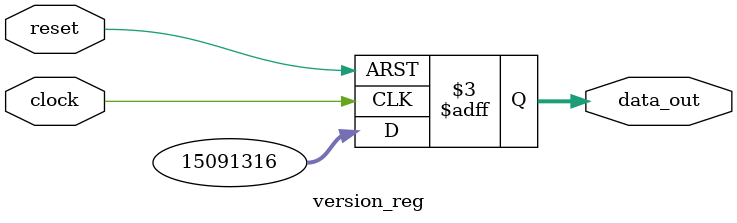
<source format=v>
module version_reg (clock, reset, data_out);
    input clock;
    input reset;
    output [31:0] data_out;
    reg [31:0] data_out;
    always @ (posedge clock or negedge reset) begin
        if (!reset)
            data_out <= 32'h000000;
        else
            data_out <= 32'hE64674;
    end
endmodule

</source>
